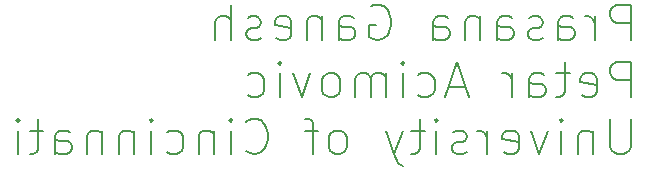
<source format=gbr>
%TF.GenerationSoftware,KiCad,Pcbnew,8.0.2*%
%TF.CreationDate,2024-06-07T13:42:10-07:00*%
%TF.ProjectId,STM_RF_PCB,53544d5f-5246-45f5-9043-422e6b696361,rev?*%
%TF.SameCoordinates,Original*%
%TF.FileFunction,Legend,Bot*%
%TF.FilePolarity,Positive*%
%FSLAX46Y46*%
G04 Gerber Fmt 4.6, Leading zero omitted, Abs format (unit mm)*
G04 Created by KiCad (PCBNEW 8.0.2) date 2024-06-07 13:42:10*
%MOMM*%
%LPD*%
G01*
G04 APERTURE LIST*
%ADD10C,0.160000*%
G04 APERTURE END LIST*
D10*
X123180451Y-137714873D02*
X123180451Y-134714873D01*
X123180451Y-134714873D02*
X122037594Y-134714873D01*
X122037594Y-134714873D02*
X121751879Y-134857730D01*
X121751879Y-134857730D02*
X121609022Y-135000587D01*
X121609022Y-135000587D02*
X121466165Y-135286301D01*
X121466165Y-135286301D02*
X121466165Y-135714873D01*
X121466165Y-135714873D02*
X121609022Y-136000587D01*
X121609022Y-136000587D02*
X121751879Y-136143444D01*
X121751879Y-136143444D02*
X122037594Y-136286301D01*
X122037594Y-136286301D02*
X123180451Y-136286301D01*
X120180451Y-137714873D02*
X120180451Y-135714873D01*
X120180451Y-136286301D02*
X120037594Y-136000587D01*
X120037594Y-136000587D02*
X119894737Y-135857730D01*
X119894737Y-135857730D02*
X119609022Y-135714873D01*
X119609022Y-135714873D02*
X119323308Y-135714873D01*
X117037594Y-137714873D02*
X117037594Y-136143444D01*
X117037594Y-136143444D02*
X117180451Y-135857730D01*
X117180451Y-135857730D02*
X117466165Y-135714873D01*
X117466165Y-135714873D02*
X118037594Y-135714873D01*
X118037594Y-135714873D02*
X118323308Y-135857730D01*
X117037594Y-137572016D02*
X117323308Y-137714873D01*
X117323308Y-137714873D02*
X118037594Y-137714873D01*
X118037594Y-137714873D02*
X118323308Y-137572016D01*
X118323308Y-137572016D02*
X118466165Y-137286301D01*
X118466165Y-137286301D02*
X118466165Y-137000587D01*
X118466165Y-137000587D02*
X118323308Y-136714873D01*
X118323308Y-136714873D02*
X118037594Y-136572016D01*
X118037594Y-136572016D02*
X117323308Y-136572016D01*
X117323308Y-136572016D02*
X117037594Y-136429158D01*
X115751879Y-137572016D02*
X115466165Y-137714873D01*
X115466165Y-137714873D02*
X114894736Y-137714873D01*
X114894736Y-137714873D02*
X114609022Y-137572016D01*
X114609022Y-137572016D02*
X114466165Y-137286301D01*
X114466165Y-137286301D02*
X114466165Y-137143444D01*
X114466165Y-137143444D02*
X114609022Y-136857730D01*
X114609022Y-136857730D02*
X114894736Y-136714873D01*
X114894736Y-136714873D02*
X115323308Y-136714873D01*
X115323308Y-136714873D02*
X115609022Y-136572016D01*
X115609022Y-136572016D02*
X115751879Y-136286301D01*
X115751879Y-136286301D02*
X115751879Y-136143444D01*
X115751879Y-136143444D02*
X115609022Y-135857730D01*
X115609022Y-135857730D02*
X115323308Y-135714873D01*
X115323308Y-135714873D02*
X114894736Y-135714873D01*
X114894736Y-135714873D02*
X114609022Y-135857730D01*
X111894737Y-137714873D02*
X111894737Y-136143444D01*
X111894737Y-136143444D02*
X112037594Y-135857730D01*
X112037594Y-135857730D02*
X112323308Y-135714873D01*
X112323308Y-135714873D02*
X112894737Y-135714873D01*
X112894737Y-135714873D02*
X113180451Y-135857730D01*
X111894737Y-137572016D02*
X112180451Y-137714873D01*
X112180451Y-137714873D02*
X112894737Y-137714873D01*
X112894737Y-137714873D02*
X113180451Y-137572016D01*
X113180451Y-137572016D02*
X113323308Y-137286301D01*
X113323308Y-137286301D02*
X113323308Y-137000587D01*
X113323308Y-137000587D02*
X113180451Y-136714873D01*
X113180451Y-136714873D02*
X112894737Y-136572016D01*
X112894737Y-136572016D02*
X112180451Y-136572016D01*
X112180451Y-136572016D02*
X111894737Y-136429158D01*
X110466165Y-135714873D02*
X110466165Y-137714873D01*
X110466165Y-136000587D02*
X110323308Y-135857730D01*
X110323308Y-135857730D02*
X110037593Y-135714873D01*
X110037593Y-135714873D02*
X109609022Y-135714873D01*
X109609022Y-135714873D02*
X109323308Y-135857730D01*
X109323308Y-135857730D02*
X109180451Y-136143444D01*
X109180451Y-136143444D02*
X109180451Y-137714873D01*
X106466165Y-137714873D02*
X106466165Y-136143444D01*
X106466165Y-136143444D02*
X106609022Y-135857730D01*
X106609022Y-135857730D02*
X106894736Y-135714873D01*
X106894736Y-135714873D02*
X107466165Y-135714873D01*
X107466165Y-135714873D02*
X107751879Y-135857730D01*
X106466165Y-137572016D02*
X106751879Y-137714873D01*
X106751879Y-137714873D02*
X107466165Y-137714873D01*
X107466165Y-137714873D02*
X107751879Y-137572016D01*
X107751879Y-137572016D02*
X107894736Y-137286301D01*
X107894736Y-137286301D02*
X107894736Y-137000587D01*
X107894736Y-137000587D02*
X107751879Y-136714873D01*
X107751879Y-136714873D02*
X107466165Y-136572016D01*
X107466165Y-136572016D02*
X106751879Y-136572016D01*
X106751879Y-136572016D02*
X106466165Y-136429158D01*
X101180450Y-134857730D02*
X101466165Y-134714873D01*
X101466165Y-134714873D02*
X101894736Y-134714873D01*
X101894736Y-134714873D02*
X102323307Y-134857730D01*
X102323307Y-134857730D02*
X102609022Y-135143444D01*
X102609022Y-135143444D02*
X102751879Y-135429158D01*
X102751879Y-135429158D02*
X102894736Y-136000587D01*
X102894736Y-136000587D02*
X102894736Y-136429158D01*
X102894736Y-136429158D02*
X102751879Y-137000587D01*
X102751879Y-137000587D02*
X102609022Y-137286301D01*
X102609022Y-137286301D02*
X102323307Y-137572016D01*
X102323307Y-137572016D02*
X101894736Y-137714873D01*
X101894736Y-137714873D02*
X101609022Y-137714873D01*
X101609022Y-137714873D02*
X101180450Y-137572016D01*
X101180450Y-137572016D02*
X101037593Y-137429158D01*
X101037593Y-137429158D02*
X101037593Y-136429158D01*
X101037593Y-136429158D02*
X101609022Y-136429158D01*
X98466165Y-137714873D02*
X98466165Y-136143444D01*
X98466165Y-136143444D02*
X98609022Y-135857730D01*
X98609022Y-135857730D02*
X98894736Y-135714873D01*
X98894736Y-135714873D02*
X99466165Y-135714873D01*
X99466165Y-135714873D02*
X99751879Y-135857730D01*
X98466165Y-137572016D02*
X98751879Y-137714873D01*
X98751879Y-137714873D02*
X99466165Y-137714873D01*
X99466165Y-137714873D02*
X99751879Y-137572016D01*
X99751879Y-137572016D02*
X99894736Y-137286301D01*
X99894736Y-137286301D02*
X99894736Y-137000587D01*
X99894736Y-137000587D02*
X99751879Y-136714873D01*
X99751879Y-136714873D02*
X99466165Y-136572016D01*
X99466165Y-136572016D02*
X98751879Y-136572016D01*
X98751879Y-136572016D02*
X98466165Y-136429158D01*
X97037593Y-135714873D02*
X97037593Y-137714873D01*
X97037593Y-136000587D02*
X96894736Y-135857730D01*
X96894736Y-135857730D02*
X96609021Y-135714873D01*
X96609021Y-135714873D02*
X96180450Y-135714873D01*
X96180450Y-135714873D02*
X95894736Y-135857730D01*
X95894736Y-135857730D02*
X95751879Y-136143444D01*
X95751879Y-136143444D02*
X95751879Y-137714873D01*
X93180450Y-137572016D02*
X93466164Y-137714873D01*
X93466164Y-137714873D02*
X94037593Y-137714873D01*
X94037593Y-137714873D02*
X94323307Y-137572016D01*
X94323307Y-137572016D02*
X94466164Y-137286301D01*
X94466164Y-137286301D02*
X94466164Y-136143444D01*
X94466164Y-136143444D02*
X94323307Y-135857730D01*
X94323307Y-135857730D02*
X94037593Y-135714873D01*
X94037593Y-135714873D02*
X93466164Y-135714873D01*
X93466164Y-135714873D02*
X93180450Y-135857730D01*
X93180450Y-135857730D02*
X93037593Y-136143444D01*
X93037593Y-136143444D02*
X93037593Y-136429158D01*
X93037593Y-136429158D02*
X94466164Y-136714873D01*
X91894735Y-137572016D02*
X91609021Y-137714873D01*
X91609021Y-137714873D02*
X91037592Y-137714873D01*
X91037592Y-137714873D02*
X90751878Y-137572016D01*
X90751878Y-137572016D02*
X90609021Y-137286301D01*
X90609021Y-137286301D02*
X90609021Y-137143444D01*
X90609021Y-137143444D02*
X90751878Y-136857730D01*
X90751878Y-136857730D02*
X91037592Y-136714873D01*
X91037592Y-136714873D02*
X91466164Y-136714873D01*
X91466164Y-136714873D02*
X91751878Y-136572016D01*
X91751878Y-136572016D02*
X91894735Y-136286301D01*
X91894735Y-136286301D02*
X91894735Y-136143444D01*
X91894735Y-136143444D02*
X91751878Y-135857730D01*
X91751878Y-135857730D02*
X91466164Y-135714873D01*
X91466164Y-135714873D02*
X91037592Y-135714873D01*
X91037592Y-135714873D02*
X90751878Y-135857730D01*
X89323307Y-137714873D02*
X89323307Y-134714873D01*
X88037593Y-137714873D02*
X88037593Y-136143444D01*
X88037593Y-136143444D02*
X88180450Y-135857730D01*
X88180450Y-135857730D02*
X88466164Y-135714873D01*
X88466164Y-135714873D02*
X88894735Y-135714873D01*
X88894735Y-135714873D02*
X89180450Y-135857730D01*
X89180450Y-135857730D02*
X89323307Y-136000587D01*
X123180451Y-142544705D02*
X123180451Y-139544705D01*
X123180451Y-139544705D02*
X122037594Y-139544705D01*
X122037594Y-139544705D02*
X121751879Y-139687562D01*
X121751879Y-139687562D02*
X121609022Y-139830419D01*
X121609022Y-139830419D02*
X121466165Y-140116133D01*
X121466165Y-140116133D02*
X121466165Y-140544705D01*
X121466165Y-140544705D02*
X121609022Y-140830419D01*
X121609022Y-140830419D02*
X121751879Y-140973276D01*
X121751879Y-140973276D02*
X122037594Y-141116133D01*
X122037594Y-141116133D02*
X123180451Y-141116133D01*
X119037594Y-142401848D02*
X119323308Y-142544705D01*
X119323308Y-142544705D02*
X119894737Y-142544705D01*
X119894737Y-142544705D02*
X120180451Y-142401848D01*
X120180451Y-142401848D02*
X120323308Y-142116133D01*
X120323308Y-142116133D02*
X120323308Y-140973276D01*
X120323308Y-140973276D02*
X120180451Y-140687562D01*
X120180451Y-140687562D02*
X119894737Y-140544705D01*
X119894737Y-140544705D02*
X119323308Y-140544705D01*
X119323308Y-140544705D02*
X119037594Y-140687562D01*
X119037594Y-140687562D02*
X118894737Y-140973276D01*
X118894737Y-140973276D02*
X118894737Y-141258990D01*
X118894737Y-141258990D02*
X120323308Y-141544705D01*
X118037593Y-140544705D02*
X116894736Y-140544705D01*
X117609022Y-139544705D02*
X117609022Y-142116133D01*
X117609022Y-142116133D02*
X117466165Y-142401848D01*
X117466165Y-142401848D02*
X117180450Y-142544705D01*
X117180450Y-142544705D02*
X116894736Y-142544705D01*
X114609022Y-142544705D02*
X114609022Y-140973276D01*
X114609022Y-140973276D02*
X114751879Y-140687562D01*
X114751879Y-140687562D02*
X115037593Y-140544705D01*
X115037593Y-140544705D02*
X115609022Y-140544705D01*
X115609022Y-140544705D02*
X115894736Y-140687562D01*
X114609022Y-142401848D02*
X114894736Y-142544705D01*
X114894736Y-142544705D02*
X115609022Y-142544705D01*
X115609022Y-142544705D02*
X115894736Y-142401848D01*
X115894736Y-142401848D02*
X116037593Y-142116133D01*
X116037593Y-142116133D02*
X116037593Y-141830419D01*
X116037593Y-141830419D02*
X115894736Y-141544705D01*
X115894736Y-141544705D02*
X115609022Y-141401848D01*
X115609022Y-141401848D02*
X114894736Y-141401848D01*
X114894736Y-141401848D02*
X114609022Y-141258990D01*
X113180450Y-142544705D02*
X113180450Y-140544705D01*
X113180450Y-141116133D02*
X113037593Y-140830419D01*
X113037593Y-140830419D02*
X112894736Y-140687562D01*
X112894736Y-140687562D02*
X112609021Y-140544705D01*
X112609021Y-140544705D02*
X112323307Y-140544705D01*
X109180450Y-141687562D02*
X107751879Y-141687562D01*
X109466164Y-142544705D02*
X108466164Y-139544705D01*
X108466164Y-139544705D02*
X107466164Y-142544705D01*
X105180450Y-142401848D02*
X105466164Y-142544705D01*
X105466164Y-142544705D02*
X106037592Y-142544705D01*
X106037592Y-142544705D02*
X106323307Y-142401848D01*
X106323307Y-142401848D02*
X106466164Y-142258990D01*
X106466164Y-142258990D02*
X106609021Y-141973276D01*
X106609021Y-141973276D02*
X106609021Y-141116133D01*
X106609021Y-141116133D02*
X106466164Y-140830419D01*
X106466164Y-140830419D02*
X106323307Y-140687562D01*
X106323307Y-140687562D02*
X106037592Y-140544705D01*
X106037592Y-140544705D02*
X105466164Y-140544705D01*
X105466164Y-140544705D02*
X105180450Y-140687562D01*
X103894735Y-142544705D02*
X103894735Y-140544705D01*
X103894735Y-139544705D02*
X104037592Y-139687562D01*
X104037592Y-139687562D02*
X103894735Y-139830419D01*
X103894735Y-139830419D02*
X103751878Y-139687562D01*
X103751878Y-139687562D02*
X103894735Y-139544705D01*
X103894735Y-139544705D02*
X103894735Y-139830419D01*
X102466164Y-142544705D02*
X102466164Y-140544705D01*
X102466164Y-140830419D02*
X102323307Y-140687562D01*
X102323307Y-140687562D02*
X102037592Y-140544705D01*
X102037592Y-140544705D02*
X101609021Y-140544705D01*
X101609021Y-140544705D02*
X101323307Y-140687562D01*
X101323307Y-140687562D02*
X101180450Y-140973276D01*
X101180450Y-140973276D02*
X101180450Y-142544705D01*
X101180450Y-140973276D02*
X101037592Y-140687562D01*
X101037592Y-140687562D02*
X100751878Y-140544705D01*
X100751878Y-140544705D02*
X100323307Y-140544705D01*
X100323307Y-140544705D02*
X100037592Y-140687562D01*
X100037592Y-140687562D02*
X99894735Y-140973276D01*
X99894735Y-140973276D02*
X99894735Y-142544705D01*
X98037592Y-142544705D02*
X98323307Y-142401848D01*
X98323307Y-142401848D02*
X98466164Y-142258990D01*
X98466164Y-142258990D02*
X98609021Y-141973276D01*
X98609021Y-141973276D02*
X98609021Y-141116133D01*
X98609021Y-141116133D02*
X98466164Y-140830419D01*
X98466164Y-140830419D02*
X98323307Y-140687562D01*
X98323307Y-140687562D02*
X98037592Y-140544705D01*
X98037592Y-140544705D02*
X97609021Y-140544705D01*
X97609021Y-140544705D02*
X97323307Y-140687562D01*
X97323307Y-140687562D02*
X97180450Y-140830419D01*
X97180450Y-140830419D02*
X97037592Y-141116133D01*
X97037592Y-141116133D02*
X97037592Y-141973276D01*
X97037592Y-141973276D02*
X97180450Y-142258990D01*
X97180450Y-142258990D02*
X97323307Y-142401848D01*
X97323307Y-142401848D02*
X97609021Y-142544705D01*
X97609021Y-142544705D02*
X98037592Y-142544705D01*
X96037592Y-140544705D02*
X95323306Y-142544705D01*
X95323306Y-142544705D02*
X94609021Y-140544705D01*
X93466164Y-142544705D02*
X93466164Y-140544705D01*
X93466164Y-139544705D02*
X93609021Y-139687562D01*
X93609021Y-139687562D02*
X93466164Y-139830419D01*
X93466164Y-139830419D02*
X93323307Y-139687562D01*
X93323307Y-139687562D02*
X93466164Y-139544705D01*
X93466164Y-139544705D02*
X93466164Y-139830419D01*
X90751879Y-142401848D02*
X91037593Y-142544705D01*
X91037593Y-142544705D02*
X91609021Y-142544705D01*
X91609021Y-142544705D02*
X91894736Y-142401848D01*
X91894736Y-142401848D02*
X92037593Y-142258990D01*
X92037593Y-142258990D02*
X92180450Y-141973276D01*
X92180450Y-141973276D02*
X92180450Y-141116133D01*
X92180450Y-141116133D02*
X92037593Y-140830419D01*
X92037593Y-140830419D02*
X91894736Y-140687562D01*
X91894736Y-140687562D02*
X91609021Y-140544705D01*
X91609021Y-140544705D02*
X91037593Y-140544705D01*
X91037593Y-140544705D02*
X90751879Y-140687562D01*
X123180451Y-144374537D02*
X123180451Y-146803108D01*
X123180451Y-146803108D02*
X123037594Y-147088822D01*
X123037594Y-147088822D02*
X122894737Y-147231680D01*
X122894737Y-147231680D02*
X122609022Y-147374537D01*
X122609022Y-147374537D02*
X122037594Y-147374537D01*
X122037594Y-147374537D02*
X121751879Y-147231680D01*
X121751879Y-147231680D02*
X121609022Y-147088822D01*
X121609022Y-147088822D02*
X121466165Y-146803108D01*
X121466165Y-146803108D02*
X121466165Y-144374537D01*
X120037594Y-145374537D02*
X120037594Y-147374537D01*
X120037594Y-145660251D02*
X119894737Y-145517394D01*
X119894737Y-145517394D02*
X119609022Y-145374537D01*
X119609022Y-145374537D02*
X119180451Y-145374537D01*
X119180451Y-145374537D02*
X118894737Y-145517394D01*
X118894737Y-145517394D02*
X118751880Y-145803108D01*
X118751880Y-145803108D02*
X118751880Y-147374537D01*
X117323308Y-147374537D02*
X117323308Y-145374537D01*
X117323308Y-144374537D02*
X117466165Y-144517394D01*
X117466165Y-144517394D02*
X117323308Y-144660251D01*
X117323308Y-144660251D02*
X117180451Y-144517394D01*
X117180451Y-144517394D02*
X117323308Y-144374537D01*
X117323308Y-144374537D02*
X117323308Y-144660251D01*
X116180451Y-145374537D02*
X115466165Y-147374537D01*
X115466165Y-147374537D02*
X114751880Y-145374537D01*
X112466166Y-147231680D02*
X112751880Y-147374537D01*
X112751880Y-147374537D02*
X113323309Y-147374537D01*
X113323309Y-147374537D02*
X113609023Y-147231680D01*
X113609023Y-147231680D02*
X113751880Y-146945965D01*
X113751880Y-146945965D02*
X113751880Y-145803108D01*
X113751880Y-145803108D02*
X113609023Y-145517394D01*
X113609023Y-145517394D02*
X113323309Y-145374537D01*
X113323309Y-145374537D02*
X112751880Y-145374537D01*
X112751880Y-145374537D02*
X112466166Y-145517394D01*
X112466166Y-145517394D02*
X112323309Y-145803108D01*
X112323309Y-145803108D02*
X112323309Y-146088822D01*
X112323309Y-146088822D02*
X113751880Y-146374537D01*
X111037594Y-147374537D02*
X111037594Y-145374537D01*
X111037594Y-145945965D02*
X110894737Y-145660251D01*
X110894737Y-145660251D02*
X110751880Y-145517394D01*
X110751880Y-145517394D02*
X110466165Y-145374537D01*
X110466165Y-145374537D02*
X110180451Y-145374537D01*
X109323308Y-147231680D02*
X109037594Y-147374537D01*
X109037594Y-147374537D02*
X108466165Y-147374537D01*
X108466165Y-147374537D02*
X108180451Y-147231680D01*
X108180451Y-147231680D02*
X108037594Y-146945965D01*
X108037594Y-146945965D02*
X108037594Y-146803108D01*
X108037594Y-146803108D02*
X108180451Y-146517394D01*
X108180451Y-146517394D02*
X108466165Y-146374537D01*
X108466165Y-146374537D02*
X108894737Y-146374537D01*
X108894737Y-146374537D02*
X109180451Y-146231680D01*
X109180451Y-146231680D02*
X109323308Y-145945965D01*
X109323308Y-145945965D02*
X109323308Y-145803108D01*
X109323308Y-145803108D02*
X109180451Y-145517394D01*
X109180451Y-145517394D02*
X108894737Y-145374537D01*
X108894737Y-145374537D02*
X108466165Y-145374537D01*
X108466165Y-145374537D02*
X108180451Y-145517394D01*
X106751880Y-147374537D02*
X106751880Y-145374537D01*
X106751880Y-144374537D02*
X106894737Y-144517394D01*
X106894737Y-144517394D02*
X106751880Y-144660251D01*
X106751880Y-144660251D02*
X106609023Y-144517394D01*
X106609023Y-144517394D02*
X106751880Y-144374537D01*
X106751880Y-144374537D02*
X106751880Y-144660251D01*
X105751880Y-145374537D02*
X104609023Y-145374537D01*
X105323309Y-144374537D02*
X105323309Y-146945965D01*
X105323309Y-146945965D02*
X105180452Y-147231680D01*
X105180452Y-147231680D02*
X104894737Y-147374537D01*
X104894737Y-147374537D02*
X104609023Y-147374537D01*
X103894737Y-145374537D02*
X103180451Y-147374537D01*
X102466166Y-145374537D02*
X103180451Y-147374537D01*
X103180451Y-147374537D02*
X103466166Y-148088822D01*
X103466166Y-148088822D02*
X103609023Y-148231680D01*
X103609023Y-148231680D02*
X103894737Y-148374537D01*
X98609023Y-147374537D02*
X98894738Y-147231680D01*
X98894738Y-147231680D02*
X99037595Y-147088822D01*
X99037595Y-147088822D02*
X99180452Y-146803108D01*
X99180452Y-146803108D02*
X99180452Y-145945965D01*
X99180452Y-145945965D02*
X99037595Y-145660251D01*
X99037595Y-145660251D02*
X98894738Y-145517394D01*
X98894738Y-145517394D02*
X98609023Y-145374537D01*
X98609023Y-145374537D02*
X98180452Y-145374537D01*
X98180452Y-145374537D02*
X97894738Y-145517394D01*
X97894738Y-145517394D02*
X97751881Y-145660251D01*
X97751881Y-145660251D02*
X97609023Y-145945965D01*
X97609023Y-145945965D02*
X97609023Y-146803108D01*
X97609023Y-146803108D02*
X97751881Y-147088822D01*
X97751881Y-147088822D02*
X97894738Y-147231680D01*
X97894738Y-147231680D02*
X98180452Y-147374537D01*
X98180452Y-147374537D02*
X98609023Y-147374537D01*
X96751880Y-145374537D02*
X95609023Y-145374537D01*
X96323309Y-147374537D02*
X96323309Y-144803108D01*
X96323309Y-144803108D02*
X96180452Y-144517394D01*
X96180452Y-144517394D02*
X95894737Y-144374537D01*
X95894737Y-144374537D02*
X95609023Y-144374537D01*
X90609023Y-147088822D02*
X90751880Y-147231680D01*
X90751880Y-147231680D02*
X91180452Y-147374537D01*
X91180452Y-147374537D02*
X91466166Y-147374537D01*
X91466166Y-147374537D02*
X91894737Y-147231680D01*
X91894737Y-147231680D02*
X92180452Y-146945965D01*
X92180452Y-146945965D02*
X92323309Y-146660251D01*
X92323309Y-146660251D02*
X92466166Y-146088822D01*
X92466166Y-146088822D02*
X92466166Y-145660251D01*
X92466166Y-145660251D02*
X92323309Y-145088822D01*
X92323309Y-145088822D02*
X92180452Y-144803108D01*
X92180452Y-144803108D02*
X91894737Y-144517394D01*
X91894737Y-144517394D02*
X91466166Y-144374537D01*
X91466166Y-144374537D02*
X91180452Y-144374537D01*
X91180452Y-144374537D02*
X90751880Y-144517394D01*
X90751880Y-144517394D02*
X90609023Y-144660251D01*
X89323309Y-147374537D02*
X89323309Y-145374537D01*
X89323309Y-144374537D02*
X89466166Y-144517394D01*
X89466166Y-144517394D02*
X89323309Y-144660251D01*
X89323309Y-144660251D02*
X89180452Y-144517394D01*
X89180452Y-144517394D02*
X89323309Y-144374537D01*
X89323309Y-144374537D02*
X89323309Y-144660251D01*
X87894738Y-145374537D02*
X87894738Y-147374537D01*
X87894738Y-145660251D02*
X87751881Y-145517394D01*
X87751881Y-145517394D02*
X87466166Y-145374537D01*
X87466166Y-145374537D02*
X87037595Y-145374537D01*
X87037595Y-145374537D02*
X86751881Y-145517394D01*
X86751881Y-145517394D02*
X86609024Y-145803108D01*
X86609024Y-145803108D02*
X86609024Y-147374537D01*
X83894738Y-147231680D02*
X84180452Y-147374537D01*
X84180452Y-147374537D02*
X84751880Y-147374537D01*
X84751880Y-147374537D02*
X85037595Y-147231680D01*
X85037595Y-147231680D02*
X85180452Y-147088822D01*
X85180452Y-147088822D02*
X85323309Y-146803108D01*
X85323309Y-146803108D02*
X85323309Y-145945965D01*
X85323309Y-145945965D02*
X85180452Y-145660251D01*
X85180452Y-145660251D02*
X85037595Y-145517394D01*
X85037595Y-145517394D02*
X84751880Y-145374537D01*
X84751880Y-145374537D02*
X84180452Y-145374537D01*
X84180452Y-145374537D02*
X83894738Y-145517394D01*
X82609023Y-147374537D02*
X82609023Y-145374537D01*
X82609023Y-144374537D02*
X82751880Y-144517394D01*
X82751880Y-144517394D02*
X82609023Y-144660251D01*
X82609023Y-144660251D02*
X82466166Y-144517394D01*
X82466166Y-144517394D02*
X82609023Y-144374537D01*
X82609023Y-144374537D02*
X82609023Y-144660251D01*
X81180452Y-145374537D02*
X81180452Y-147374537D01*
X81180452Y-145660251D02*
X81037595Y-145517394D01*
X81037595Y-145517394D02*
X80751880Y-145374537D01*
X80751880Y-145374537D02*
X80323309Y-145374537D01*
X80323309Y-145374537D02*
X80037595Y-145517394D01*
X80037595Y-145517394D02*
X79894738Y-145803108D01*
X79894738Y-145803108D02*
X79894738Y-147374537D01*
X78466166Y-145374537D02*
X78466166Y-147374537D01*
X78466166Y-145660251D02*
X78323309Y-145517394D01*
X78323309Y-145517394D02*
X78037594Y-145374537D01*
X78037594Y-145374537D02*
X77609023Y-145374537D01*
X77609023Y-145374537D02*
X77323309Y-145517394D01*
X77323309Y-145517394D02*
X77180452Y-145803108D01*
X77180452Y-145803108D02*
X77180452Y-147374537D01*
X74466166Y-147374537D02*
X74466166Y-145803108D01*
X74466166Y-145803108D02*
X74609023Y-145517394D01*
X74609023Y-145517394D02*
X74894737Y-145374537D01*
X74894737Y-145374537D02*
X75466166Y-145374537D01*
X75466166Y-145374537D02*
X75751880Y-145517394D01*
X74466166Y-147231680D02*
X74751880Y-147374537D01*
X74751880Y-147374537D02*
X75466166Y-147374537D01*
X75466166Y-147374537D02*
X75751880Y-147231680D01*
X75751880Y-147231680D02*
X75894737Y-146945965D01*
X75894737Y-146945965D02*
X75894737Y-146660251D01*
X75894737Y-146660251D02*
X75751880Y-146374537D01*
X75751880Y-146374537D02*
X75466166Y-146231680D01*
X75466166Y-146231680D02*
X74751880Y-146231680D01*
X74751880Y-146231680D02*
X74466166Y-146088822D01*
X73466165Y-145374537D02*
X72323308Y-145374537D01*
X73037594Y-144374537D02*
X73037594Y-146945965D01*
X73037594Y-146945965D02*
X72894737Y-147231680D01*
X72894737Y-147231680D02*
X72609022Y-147374537D01*
X72609022Y-147374537D02*
X72323308Y-147374537D01*
X71323308Y-147374537D02*
X71323308Y-145374537D01*
X71323308Y-144374537D02*
X71466165Y-144517394D01*
X71466165Y-144517394D02*
X71323308Y-144660251D01*
X71323308Y-144660251D02*
X71180451Y-144517394D01*
X71180451Y-144517394D02*
X71323308Y-144374537D01*
X71323308Y-144374537D02*
X71323308Y-144660251D01*
M02*

</source>
